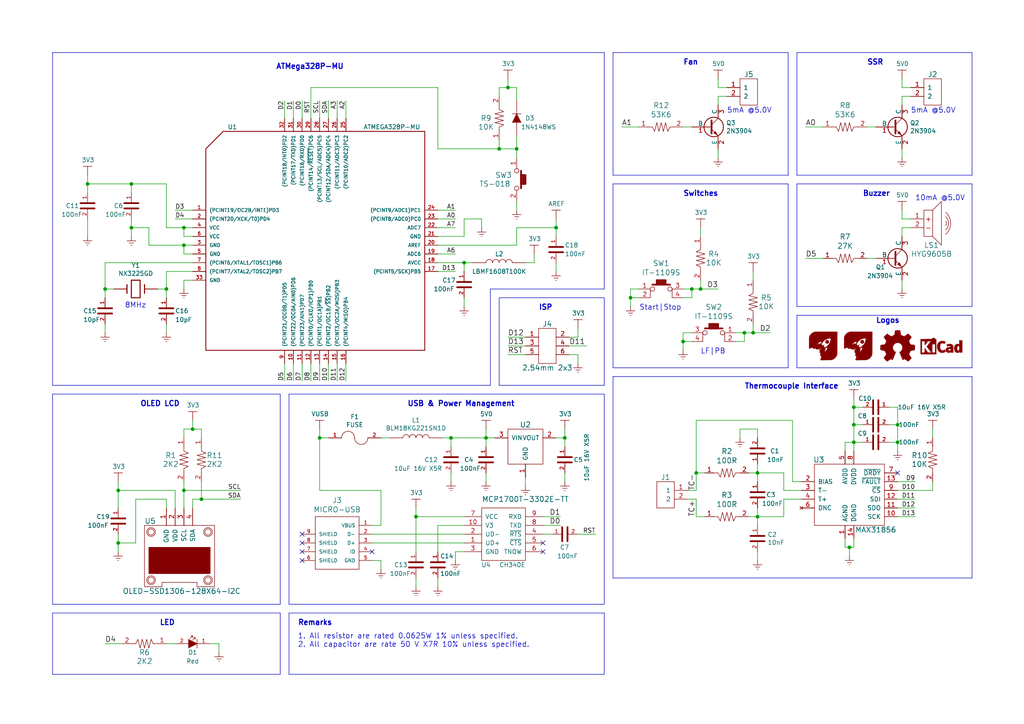
<source format=kicad_sch>
(kicad_sch (version 20230121) (generator eeschema)
  (paper "A4")
  (title_block (title "Tiny Reflow Controller") (date "2018-12-25") (rev "2.00") (company "Rocket Scream Electronics"))
  (junction (at 247.65 128.27))
  (junction (at 149.86 43.18))
  (junction (at 182.88 86.36))
  (junction (at 34.29 157.48))
  (junction (at 34.29 142.24))
  (junction (at 247.65 123.19))
  (junction (at 48.26 83.82))
  (junction (at 53.34 71.12))
  (junction (at 147.32 25.4))
  (junction (at 260.35 128.27))
  (junction (at 260.35 123.19))
  (junction (at 218.44 96.52))
  (junction (at 25.4 53.34))
  (junction (at 53.34 142.24))
  (junction (at 130.81 127))
  (junction (at 53.34 66.04))
  (junction (at 140.97 127))
  (junction (at 38.1 66.04))
  (junction (at 163.83 127))
  (junction (at 134.62 76.2))
  (junction (at 120.65 149.86))
  (junction (at 55.88 124.46))
  (junction (at 38.1 53.34))
  (junction (at 215.9 96.52))
  (junction (at 144.78 43.18))
  (junction (at 58.42 144.78))
  (junction (at 92.71 127))
  (junction (at 198.12 99.06))
  (junction (at 219.71 137.16))
  (junction (at 30.48 83.82))
  (junction (at 201.93 137.16))
  (junction (at 219.71 149.86))
  (junction (at 246.38 158.75))
  (junction (at 247.65 118.11))
  (junction (at 203.2 83.82))
  (junction (at 161.29 66.04))
  (junction (at 200.66 83.82))
  (no_connect (at 87.63 154.94))
  (no_connect (at 107.95 160.02))
  (no_connect (at 87.63 160.02))
  (no_connect (at 87.63 162.56))
  (no_connect (at 157.48 160.02))
  (no_connect (at 87.63 157.48))
  (no_connect (at 157.48 157.48))
  (no_connect (at 260.35 137.16))
  (wire (pts (xy 48.26 93.98) (xy 48.26 96.52)))
  (polyline (pts (xy 281.94 167.64) (xy 177.8 167.64)))
  (wire (pts (xy 100.33 105.41) (xy 100.33 110.49)))
  (wire (pts (xy 219.71 137.16) (xy 227.33 137.16)))
  (wire (pts (xy 130.81 137.16) (xy 130.81 139.7)))
  (wire (pts (xy 140.97 127) (xy 140.97 129.54)))
  (wire (pts (xy 134.62 149.86) (xy 120.65 149.86)))
  (wire (pts (xy 152.4 138.43) (xy 152.4 140.97)))
  (wire (pts (xy 147.32 22.86) (xy 147.32 25.4)))
  (wire (pts (xy 245.11 128.27) (xy 247.65 128.27)))
  (wire (pts (xy 55.88 121.92) (xy 55.88 124.46)))
  (polyline (pts (xy 175.26 195.58) (xy 175.26 177.8)))
  (wire (pts (xy 250.19 118.11) (xy 247.65 118.11)))
  (wire (pts (xy 48.26 53.34) (xy 48.26 66.04)))
  (wire (pts (xy 260.35 123.19) (xy 257.81 123.19)))
  (wire (pts (xy 55.88 66.04) (xy 53.34 66.04)))
  (wire (pts (xy 246.38 158.75) (xy 247.65 158.75)))
  (wire (pts (xy 149.86 66.04) (xy 149.86 71.12)))
  (wire (pts (xy 139.7 63.5) (xy 139.7 66.04)))
  (wire (pts (xy 134.62 152.4) (xy 127 152.4)))
  (polyline (pts (xy 228.6 50.8) (xy 177.8 50.8)))
  (wire (pts (xy 260.35 144.78) (xy 265.43 144.78)))
  (wire (pts (xy 200.66 83.82) (xy 203.2 83.82)))
  (wire (pts (xy 201.93 121.92) (xy 201.93 137.16)))
  (polyline (pts (xy 15.24 15.24) (xy 175.26 15.24)))
  (wire (pts (xy 134.62 160.02) (xy 132.08 160.02)))
  (wire (pts (xy 246.38 158.75) (xy 246.38 161.29)))
  (wire (pts (xy 92.71 127) (xy 92.71 142.24)))
  (polyline (pts (xy 175.26 86.36) (xy 175.26 111.76)))
  (wire (pts (xy 134.62 86.36) (xy 134.62 88.9)))
  (polyline (pts (xy 177.8 53.34) (xy 228.6 53.34)))
  (polyline (pts (xy 81.28 114.3) (xy 15.24 114.3)))
  (polyline (pts (xy 177.8 15.24) (xy 228.6 15.24)))
  (wire (pts (xy 210.82 25.4) (xy 208.28 25.4)))
  (wire (pts (xy 203.2 81.28) (xy 203.2 83.82)))
  (wire (pts (xy 63.5 186.69) (xy 63.5 189.23)))
  (wire (pts (xy 144.78 25.4) (xy 147.32 25.4)))
  (wire (pts (xy 247.65 115.57) (xy 247.65 118.11)))
  (wire (pts (xy 201.93 142.24) (xy 199.39 142.24)))
  (wire (pts (xy 127 167.64) (xy 127 170.18)))
  (wire (pts (xy 157.48 149.86) (xy 162.56 149.86)))
  (polyline (pts (xy 231.14 53.34) (xy 231.14 88.9)))
  (wire (pts (xy 30.48 83.82) (xy 30.48 86.36)))
  (wire (pts (xy 34.29 142.24) (xy 34.29 147.32)))
  (wire (pts (xy 149.86 71.12) (xy 127 71.12)))
  (wire (pts (xy 90.17 105.41) (xy 90.17 110.49)))
  (wire (pts (xy 198.12 99.06) (xy 198.12 101.6)))
  (wire (pts (xy 163.83 127) (xy 163.83 129.54)))
  (wire (pts (xy 229.87 121.92) (xy 201.93 121.92)))
  (wire (pts (xy 247.65 123.19) (xy 250.19 123.19)))
  (wire (pts (xy 43.18 66.04) (xy 38.1 66.04)))
  (wire (pts (xy 227.33 137.16) (xy 227.33 142.24)))
  (wire (pts (xy 161.29 66.04) (xy 161.29 68.58)))
  (wire (pts (xy 48.26 53.34) (xy 38.1 53.34)))
  (polyline (pts (xy 231.14 50.8) (xy 231.14 15.24)))
  (wire (pts (xy 134.62 68.58) (xy 134.62 63.5)))
  (polyline (pts (xy 231.14 15.24) (xy 281.94 15.24)))
  (wire (pts (xy 251.46 36.83) (xy 254 36.83)))
  (wire (pts (xy 165.1 100.33) (xy 170.18 100.33)))
  (wire (pts (xy 215.9 99.06) (xy 215.9 96.52)))
  (wire (pts (xy 120.65 167.64) (xy 120.65 170.18)))
  (wire (pts (xy 260.35 147.32) (xy 265.43 147.32)))
  (wire (pts (xy 132.08 160.02) (xy 132.08 162.56)))
  (wire (pts (xy 55.88 60.96) (xy 50.8 60.96)))
  (polyline (pts (xy 175.26 83.82) (xy 142.24 83.82)))
  (wire (pts (xy 214.63 124.46) (xy 219.71 124.46)))
  (wire (pts (xy 34.29 139.7) (xy 34.29 142.24)))
  (wire (pts (xy 137.16 76.2) (xy 134.62 76.2)))
  (polyline (pts (xy 142.24 83.82) (xy 142.24 111.76)))
  (wire (pts (xy 261.62 66.04) (xy 261.62 68.58)))
  (wire (pts (xy 201.93 144.78) (xy 201.93 149.86)))
  (wire (pts (xy 144.78 43.18) (xy 149.86 43.18)))
  (wire (pts (xy 55.88 68.58) (xy 53.34 68.58)))
  (wire (pts (xy 149.86 43.18) (xy 149.86 45.72)))
  (wire (pts (xy 208.28 25.4) (xy 208.28 22.86)))
  (wire (pts (xy 161.29 127) (xy 163.83 127)))
  (polyline (pts (xy 281.94 50.8) (xy 231.14 50.8)))
  (polyline (pts (xy 231.14 106.68) (xy 281.94 106.68)))
  (wire (pts (xy 198.12 83.82) (xy 200.66 83.82)))
  (wire (pts (xy 53.34 139.7) (xy 53.34 142.24)))
  (wire (pts (xy 97.79 105.41) (xy 97.79 110.49)))
  (polyline (pts (xy 83.82 177.8) (xy 83.82 195.58)))
  (wire (pts (xy 82.55 34.29) (xy 82.55 29.21)))
  (wire (pts (xy 39.37 144.78) (xy 39.37 157.48)))
  (wire (pts (xy 130.81 129.54) (xy 130.81 127)))
  (polyline (pts (xy 175.26 175.26) (xy 83.82 175.26)))
  (wire (pts (xy 218.44 96.52) (xy 218.44 93.98)))
  (wire (pts (xy 55.88 78.74) (xy 48.26 78.74)))
  (polyline (pts (xy 231.14 91.44) (xy 231.14 106.68)))
  (polyline (pts (xy 15.24 177.8) (xy 81.28 177.8)))
  (wire (pts (xy 198.12 36.83) (xy 200.66 36.83)))
  (wire (pts (xy 34.29 157.48) (xy 34.29 160.02)))
  (wire (pts (xy 30.48 186.69) (xy 35.56 186.69)))
  (wire (pts (xy 219.71 137.16) (xy 219.71 139.7)))
  (wire (pts (xy 53.34 124.46) (xy 55.88 124.46)))
  (polyline (pts (xy 15.24 111.76) (xy 15.24 15.24)))
  (wire (pts (xy 157.48 152.4) (xy 162.56 152.4)))
  (wire (pts (xy 182.88 86.36) (xy 185.42 86.36)))
  (wire (pts (xy 264.16 27.94) (xy 261.62 27.94)))
  (wire (pts (xy 53.34 142.24) (xy 69.85 142.24)))
  (wire (pts (xy 107.95 157.48) (xy 134.62 157.48)))
  (wire (pts (xy 245.11 156.21) (xy 245.11 158.75)))
  (wire (pts (xy 50.8 63.5) (xy 55.88 63.5)))
  (wire (pts (xy 82.55 105.41) (xy 82.55 110.49)))
  (wire (pts (xy 127 25.4) (xy 127 43.18)))
  (wire (pts (xy 245.11 158.75) (xy 246.38 158.75)))
  (wire (pts (xy 45.72 83.82) (xy 48.26 83.82)))
  (wire (pts (xy 219.71 134.62) (xy 219.71 137.16)))
  (wire (pts (xy 48.26 186.69) (xy 50.8 186.69)))
  (wire (pts (xy 172.72 154.94) (xy 167.64 154.94)))
  (wire (pts (xy 149.86 58.42) (xy 149.86 60.96)))
  (wire (pts (xy 260.35 123.19) (xy 260.35 128.27)))
  (wire (pts (xy 213.36 96.52) (xy 215.9 96.52)))
  (wire (pts (xy 247.65 128.27) (xy 247.65 130.81)))
  (wire (pts (xy 152.4 76.2) (xy 154.94 76.2)))
  (wire (pts (xy 58.42 144.78) (xy 69.85 144.78)))
  (wire (pts (xy 50.8 147.32) (xy 50.8 142.24)))
  (wire (pts (xy 261.62 81.28) (xy 261.62 83.82)))
  (wire (pts (xy 55.88 147.32) (xy 55.88 144.78)))
  (wire (pts (xy 55.88 76.2) (xy 30.48 76.2)))
  (wire (pts (xy 219.71 160.02) (xy 219.71 162.56)))
  (wire (pts (xy 257.81 118.11) (xy 260.35 118.11)))
  (polyline (pts (xy 81.28 195.58) (xy 15.24 195.58)))
  (wire (pts (xy 92.71 127) (xy 92.71 124.46)))
  (wire (pts (xy 43.18 71.12) (xy 53.34 71.12)))
  (polyline (pts (xy 177.8 109.22) (xy 281.94 109.22)))
  (polyline (pts (xy 228.6 53.34) (xy 228.6 106.68)))
  (wire (pts (xy 130.81 127) (xy 128.27 127)))
  (polyline (pts (xy 281.94 53.34) (xy 231.14 53.34)))
  (wire (pts (xy 214.63 127) (xy 214.63 124.46)))
  (wire (pts (xy 200.66 83.82) (xy 200.66 86.36)))
  (wire (pts (xy 247.65 118.11) (xy 247.65 123.19)))
  (wire (pts (xy 203.2 66.04) (xy 203.2 68.58)))
  (polyline (pts (xy 228.6 15.24) (xy 228.6 50.8)))
  (polyline (pts (xy 81.28 177.8) (xy 81.28 195.58)))
  (polyline (pts (xy 144.78 111.76) (xy 144.78 86.36)))
  (wire (pts (xy 53.34 81.28) (xy 53.34 83.82)))
  (wire (pts (xy 53.34 73.66) (xy 53.34 71.12)))
  (wire (pts (xy 198.12 99.06) (xy 200.66 99.06)))
  (wire (pts (xy 100.33 34.29) (xy 100.33 29.21)))
  (wire (pts (xy 58.42 139.7) (xy 58.42 144.78)))
  (polyline (pts (xy 281.94 15.24) (xy 281.94 50.8)))
  (wire (pts (xy 38.1 63.5) (xy 38.1 66.04)))
  (wire (pts (xy 147.32 25.4) (xy 149.86 25.4)))
  (polyline (pts (xy 175.26 177.8) (xy 83.82 177.8)))
  (wire (pts (xy 200.66 96.52) (xy 198.12 96.52)))
  (wire (pts (xy 185.42 36.83) (xy 180.34 36.83)))
  (wire (pts (xy 260.35 139.7) (xy 265.43 139.7)))
  (wire (pts (xy 264.16 66.04) (xy 261.62 66.04)))
  (wire (pts (xy 144.78 27.94) (xy 144.78 25.4)))
  (wire (pts (xy 85.09 34.29) (xy 85.09 29.21)))
  (wire (pts (xy 134.62 76.2) (xy 134.62 78.74)))
  (wire (pts (xy 219.71 147.32) (xy 219.71 149.86)))
  (wire (pts (xy 219.71 124.46) (xy 219.71 127)))
  (wire (pts (xy 215.9 96.52) (xy 218.44 96.52)))
  (wire (pts (xy 201.93 137.16) (xy 201.93 142.24)))
  (wire (pts (xy 167.64 97.79) (xy 167.64 95.25)))
  (wire (pts (xy 152.4 102.87) (xy 147.32 102.87)))
  (polyline (pts (xy 81.28 175.26) (xy 81.28 114.3)))
  (wire (pts (xy 60.96 186.69) (xy 63.5 186.69)))
  (wire (pts (xy 120.65 149.86) (xy 120.65 160.02)))
  (wire (pts (xy 53.34 127) (xy 53.34 124.46)))
  (wire (pts (xy 270.51 142.24) (xy 270.51 139.7)))
  (wire (pts (xy 251.46 74.93) (xy 254 74.93)))
  (wire (pts (xy 34.29 154.94) (xy 34.29 157.48)))
  (wire (pts (xy 48.26 147.32) (xy 48.26 144.78)))
  (polyline (pts (xy 231.14 88.9) (xy 281.94 88.9)))
  (polyline (pts (xy 228.6 106.68) (xy 177.8 106.68)))
  (wire (pts (xy 38.1 53.34) (xy 38.1 55.88)))
  (wire (pts (xy 163.83 137.16) (xy 163.83 139.7)))
  (wire (pts (xy 182.88 86.36) (xy 182.88 88.9)))
  (wire (pts (xy 140.97 127) (xy 143.51 127)))
  (wire (pts (xy 127 43.18) (xy 144.78 43.18)))
  (polyline (pts (xy 83.82 195.58) (xy 175.26 195.58)))
  (wire (pts (xy 261.62 63.5) (xy 261.62 60.96)))
  (polyline (pts (xy 281.94 88.9) (xy 281.94 53.34)))
  (polyline (pts (xy 142.24 111.76) (xy 15.24 111.76)))
  (wire (pts (xy 134.62 63.5) (xy 139.7 63.5)))
  (polyline (pts (xy 144.78 86.36) (xy 175.26 86.36)))
  (polyline (pts (xy 281.94 109.22) (xy 281.94 167.64)))
  (wire (pts (xy 185.42 83.82) (xy 182.88 83.82)))
  (wire (pts (xy 95.25 34.29) (xy 95.25 29.21)))
  (wire (pts (xy 127 60.96) (xy 132.08 60.96)))
  (wire (pts (xy 260.35 118.11) (xy 260.35 123.19)))
  (wire (pts (xy 260.35 149.86) (xy 265.43 149.86)))
  (wire (pts (xy 261.62 43.18) (xy 261.62 45.72)))
  (polyline (pts (xy 281.94 106.68) (xy 281.94 91.44)))
  (wire (pts (xy 90.17 25.4) (xy 127 25.4)))
  (wire (pts (xy 227.33 149.86) (xy 219.71 149.86)))
  (wire (pts (xy 238.76 36.83) (xy 233.68 36.83)))
  (wire (pts (xy 58.42 124.46) (xy 58.42 127)))
  (wire (pts (xy 144.78 43.18) (xy 144.78 40.64)))
  (wire (pts (xy 208.28 43.18) (xy 208.28 45.72)))
  (wire (pts (xy 85.09 105.41) (xy 85.09 110.49)))
  (wire (pts (xy 25.4 53.34) (xy 25.4 55.88)))
  (wire (pts (xy 92.71 142.24) (xy 110.49 142.24)))
  (wire (pts (xy 127 78.74) (xy 132.08 78.74)))
  (polyline (pts (xy 177.8 50.8) (xy 177.8 15.24)))
  (wire (pts (xy 215.9 99.06) (xy 213.36 99.06)))
  (wire (pts (xy 87.63 34.29) (xy 87.63 29.21)))
  (wire (pts (xy 260.35 128.27) (xy 260.35 130.81)))
  (polyline (pts (xy 83.82 175.26) (xy 83.82 114.3)))
  (polyline (pts (xy 175.26 111.76) (xy 144.78 111.76)))
  (wire (pts (xy 55.88 81.28) (xy 53.34 81.28)))
  (wire (pts (xy 203.2 83.82) (xy 208.28 83.82)))
  (wire (pts (xy 264.16 25.4) (xy 261.62 25.4)))
  (wire (pts (xy 160.02 154.94) (xy 157.48 154.94)))
  (wire (pts (xy 247.65 128.27) (xy 250.19 128.27)))
  (wire (pts (xy 154.94 76.2) (xy 154.94 73.66)))
  (wire (pts (xy 48.26 144.78) (xy 39.37 144.78)))
  (wire (pts (xy 127 63.5) (xy 132.08 63.5)))
  (wire (pts (xy 210.82 27.94) (xy 208.28 27.94)))
  (wire (pts (xy 149.86 25.4) (xy 149.86 29.21)))
  (wire (pts (xy 218.44 96.52) (xy 223.52 96.52)))
  (wire (pts (xy 227.33 142.24) (xy 232.41 142.24)))
  (wire (pts (xy 97.79 34.29) (xy 97.79 29.21)))
  (wire (pts (xy 107.95 162.56) (xy 110.49 162.56)))
  (wire (pts (xy 218.44 78.74) (xy 218.44 81.28)))
  (wire (pts (xy 232.41 139.7) (xy 229.87 139.7)))
  (polyline (pts (xy 281.94 91.44) (xy 231.14 91.44)))
  (wire (pts (xy 127 68.58) (xy 134.62 68.58)))
  (wire (pts (xy 25.4 63.5) (xy 25.4 68.58)))
  (wire (pts (xy 165.1 97.79) (xy 167.64 97.79)))
  (wire (pts (xy 43.18 71.12) (xy 43.18 66.04)))
  (polyline (pts (xy 177.8 167.64) (xy 177.8 109.22)))
  (wire (pts (xy 30.48 76.2) (xy 30.48 83.82)))
  (wire (pts (xy 127 66.04) (xy 132.08 66.04)))
  (polyline (pts (xy 15.24 114.3) (xy 15.24 175.26)))
  (wire (pts (xy 217.17 137.16) (xy 219.71 137.16)))
  (wire (pts (xy 264.16 63.5) (xy 261.62 63.5)))
  (wire (pts (xy 53.34 66.04) (xy 48.26 66.04)))
  (wire (pts (xy 161.29 63.5) (xy 161.29 66.04)))
  (polyline (pts (xy 83.82 114.3) (xy 175.26 114.3)))
  (wire (pts (xy 53.34 68.58) (xy 53.34 66.04)))
  (wire (pts (xy 261.62 27.94) (xy 261.62 30.48)))
  (wire (pts (xy 130.81 127) (xy 140.97 127)))
  (wire (pts (xy 38.1 66.04) (xy 38.1 68.58)))
  (wire (pts (xy 161.29 66.04) (xy 149.86 66.04)))
  (wire (pts (xy 260.35 128.27) (xy 257.81 128.27)))
  (wire (pts (xy 201.93 149.86) (xy 204.47 149.86)))
  (wire (pts (xy 270.51 124.46) (xy 270.51 127)))
  (wire (pts (xy 140.97 124.46) (xy 140.97 127)))
  (wire (pts (xy 39.37 157.48) (xy 34.29 157.48)))
  (wire (pts (xy 48.26 78.74) (xy 48.26 83.82)))
  (wire (pts (xy 92.71 105.41) (xy 92.71 110.49)))
  (wire (pts (xy 199.39 144.78) (xy 201.93 144.78)))
  (wire (pts (xy 167.64 102.87) (xy 167.64 105.41)))
  (wire (pts (xy 120.65 147.32) (xy 120.65 149.86)))
  (wire (pts (xy 48.26 83.82) (xy 48.26 86.36)))
  (wire (pts (xy 219.71 149.86) (xy 219.71 152.4)))
  (polyline (pts (xy 15.24 195.58) (xy 15.24 177.8)))
  (polyline (pts (xy 177.8 106.68) (xy 177.8 53.34)))
  (wire (pts (xy 127 152.4) (xy 127 160.02)))
  (wire (pts (xy 53.34 71.12) (xy 55.88 71.12)))
  (polyline (pts (xy 15.24 175.26) (xy 81.28 175.26)))
  (wire (pts (xy 245.11 130.81) (xy 245.11 128.27)))
  (wire (pts (xy 55.88 144.78) (xy 58.42 144.78)))
  (wire (pts (xy 163.83 124.46) (xy 163.83 127)))
  (wire (pts (xy 161.29 76.2) (xy 161.29 78.74)))
  (wire (pts (xy 140.97 137.16) (xy 140.97 139.7)))
  (wire (pts (xy 107.95 152.4) (xy 110.49 152.4)))
  (wire (pts (xy 55.88 124.46) (xy 58.42 124.46)))
  (wire (pts (xy 38.1 53.34) (xy 25.4 53.34)))
  (wire (pts (xy 227.33 144.78) (xy 227.33 149.86)))
  (wire (pts (xy 165.1 102.87) (xy 167.64 102.87)))
  (wire (pts (xy 25.4 50.8) (xy 25.4 53.34)))
  (wire (pts (xy 110.49 127) (xy 113.03 127)))
  (wire (pts (xy 87.63 105.41) (xy 87.63 110.49)))
  (wire (pts (xy 95.25 105.41) (xy 95.25 110.49)))
  (wire (pts (xy 229.87 139.7) (xy 229.87 121.92)))
  (wire (pts (xy 107.95 154.94) (xy 134.62 154.94)))
  (wire (pts (xy 92.71 127) (xy 95.25 127)))
  (wire (pts (xy 30.48 93.98) (xy 30.48 96.52)))
  (wire (pts (xy 50.8 142.24) (xy 34.29 142.24)))
  (wire (pts (xy 110.49 162.56) (xy 110.49 165.1)))
  (wire (pts (xy 232.41 144.78) (xy 227.33 144.78)))
  (wire (pts (xy 219.71 149.86) (xy 217.17 149.86)))
  (wire (pts (xy 182.88 83.82) (xy 182.88 86.36)))
  (wire (pts (xy 208.28 27.94) (xy 208.28 30.48)))
  (wire (pts (xy 90.17 34.29) (xy 90.17 25.4)))
  (wire (pts (xy 110.49 142.24) (xy 110.49 152.4)))
  (wire (pts (xy 198.12 96.52) (xy 198.12 99.06)))
  (wire (pts (xy 127 73.66) (xy 132.08 73.66)))
  (wire (pts (xy 152.4 100.33) (xy 147.32 100.33)))
  (wire (pts (xy 53.34 147.32) (xy 53.34 142.24)))
  (wire (pts (xy 247.65 123.19) (xy 247.65 128.27)))
  (wire (pts (xy 127 76.2) (xy 134.62 76.2)))
  (wire (pts (xy 261.62 25.4) (xy 261.62 22.86)))
  (polyline (pts (xy 175.26 15.24) (xy 175.26 83.82)))
  (wire (pts (xy 200.66 86.36) (xy 198.12 86.36)))
  (wire (pts (xy 149.86 39.37) (xy 149.86 43.18)))
  (wire (pts (xy 204.47 137.16) (xy 201.93 137.16)))
  (wire (pts (xy 55.88 73.66) (xy 53.34 73.66)))
  (wire (pts (xy 247.65 158.75) (xy 247.65 156.21)))
  (wire (pts (xy 260.35 142.24) (xy 270.51 142.24)))
  (wire (pts (xy 238.76 74.93) (xy 233.68 74.93)))
  (polyline (pts (xy 175.26 114.3) (xy 175.26 175.26)))
  (wire (pts (xy 92.71 34.29) (xy 92.71 29.21)))
  (wire (pts (xy 152.4 97.79) (xy 147.32 97.79)))
  (wire (pts (xy 33.02 83.82) (xy 30.48 83.82)))
  (text "LED" (at 50.8 181.61 0) (effects (font (size 1.524 1.524) (thickness 0.3048) bold) (justify right bottom)))
  (text "8MHz" (at 36.195 89.535 0) (effects (font (size 1.524 1.524)) (justify left bottom)))
  (text "Logos" (at 254 93.98 0) (effects (font (size 1.524 1.524) (thickness 0.3048) bold) (justify left bottom)))
  (text "ISP" (at 156.21 90.17 0) (effects (font (size 1.524 1.524) (thickness 0.3048) bold) (justify left bottom)))
  (text "Remarks" (at 86.36 181.61 0) (effects (font (size 1.524 1.524) (thickness 0.3048) bold) (justify left bottom)))
  (text "ATMega328P-MU" (at 80.01 20.32 0) (effects (font (size 1.524 1.524) (thickness 0.3048) bold) (justify left bottom)))
  (text "OLED LCD" (at 40.64 118.11 0) (effects (font (size 1.524 1.524) (thickness 0.3048) bold) (justify left bottom)))
  (text "LF|PB" (at 203.2 102.87 0) (effects (font (size 1.524 1.524)) (justify left bottom)))
  (text "Thermocouple Interface" (at 215.9 113.03 0) (effects (font (size 1.524 1.524) (thickness 0.3048) bold) (justify left bottom)))
  (text "Switches" (at 198.12 57.15 0) (effects (font (size 1.524 1.524) (thickness 0.3048) bold) (justify left bottom)))
  (text "1. All resistor are rated 0.0625W 1% unless specified.\n2. All capacitor are rate 50 V X7R 10% unless specified. " (at 86.36 187.96 0) (effects (font (size 1.524 1.524)) (justify left bottom)))
  (text "Fan" (at 198.12 19.05 0) (effects (font (size 1.524 1.524) (thickness 0.3048) bold) (justify left bottom)))
  (text "SSR" (at 251.46 19.05 0) (effects (font (size 1.524 1.524) (thickness 0.3048) bold) (justify left bottom)))
  (text "10mA @5.0V" (at 265.43 58.42 0) (effects (font (size 1.524 1.524)) (justify left bottom)))
  (text "Start|Stop" (at 185.42 90.17 0) (effects (font (size 1.524 1.524)) (justify left bottom)))
  (text "5mA @5.0V" (at 210.82 33.02 0) (effects (font (size 1.524 1.524)) (justify left bottom)))
  (text "5mA @5.0V" (at 264.16 33.02 0) (effects (font (size 1.524 1.524)) (justify left bottom)))
  (text "USB & Power Management" (at 118.11 118.11 0) (effects (font (size 1.524 1.524) (thickness 0.3048) bold) (justify left bottom)))
  (text "Buzzer" (at 250.19 57.15 0) (effects (font (size 1.524 1.524) (thickness 0.3048) bold) (justify left bottom)))
  (label "SCL" (at 92.71 29.21 270))
  (label "D13" (at 132.08 78.74 180))
  (label "D5" (at 82.55 110.49 90))
  (label "D3" (at 50.8 60.96 0))
  (label "D1" (at 162.56 149.86 180) (effects (font (size 1.524 1.524))))
  (label "RST" (at 90.17 29.21 270))
  (label "D7" (at 87.63 110.49 90))
  (label "D12" (at 265.43 147.32 180))
  (label "A6" (at 132.08 73.66 180))
  (label "D5" (at 233.68 74.93 0) (effects (font (size 1.524 1.524))))
  (label "A1" (at 180.34 36.83 0) (effects (font (size 1.524 1.524))))
  (label "A3" (at 97.79 29.21 270))
  (label "D9" (at 265.43 139.7 180))
  (label "SDA" (at 95.25 29.21 270))
  (label "A0" (at 132.08 63.5 180))
  (label "D10" (at 265.43 142.24 180))
  (label "D11" (at 265.43 144.78 180))
  (label "TC+" (at 201.93 149.86 90) (effects (font (size 1.524 1.524))))
  (label "D11" (at 97.79 110.49 90))
  (label "D11" (at 165.1 100.33 0) (effects (font (size 1.524 1.524))))
  (label "RST" (at 147.32 102.87 0) (effects (font (size 1.524 1.524))))
  (label "D9" (at 92.71 110.49 90))
  (label "D12" (at 100.33 110.49 90))
  (label "A1" (at 132.08 60.96 180))
  (label "SCL" (at 69.85 142.24 180))
  (label "TC-" (at 201.93 142.24 90) (effects (font (size 1.524 1.524))))
  (label "SDA" (at 69.85 144.78 180))
  (label "D12" (at 147.32 97.79 0) (effects (font (size 1.524 1.524))))
  (label "D13" (at 147.32 100.33 0) (effects (font (size 1.524 1.524))))
  (label "D10" (at 95.25 110.49 90))
  (label "D1" (at 85.09 29.21 270))
  (label "D4" (at 50.8 63.5 0))
  (label "D8" (at 90.17 110.49 90))
  (label "D2" (at 82.55 29.21 270))
  (label "D3" (at 208.28 83.82 180) (effects (font (size 1.524 1.524))))
  (label "A2" (at 100.33 29.21 270))
  (label "D4" (at 30.48 186.69 0) (effects (font (size 1.524 1.524))))
  (label "A7" (at 132.08 66.04 180))
  (label "D0" (at 162.56 152.4 180) (effects (font (size 1.524 1.524))))
  (label "RST" (at 172.72 154.94 180))
  (label "D13" (at 265.43 149.86 180))
  (label "D2" (at 223.52 96.52 180) (effects (font (size 1.524 1.524))))
  (label "D0" (at 87.63 29.21 270))
  (label "D6" (at 85.09 110.49 90))
  (label "A0" (at 233.68 36.83 0) (effects (font (size 1.524 1.524))))
  (symbol (lib_id "TINY-REFLOW-CONTROLLER-rescue:LED-SINGLE-RocketScreamKiCadLib") (at 55.88 186.69 180) (unit 1)
    (property "Reference" "D1" (at 55.88 189.23 0))
    (property "Value" "Red" (at 55.88 191.77 0))
    (property "Footprint" "RocketScreamKiCadLib:LED_0603" (effects hide))
  )
  (symbol (lib_id "TINY-REFLOW-CONTROLLER-rescue:MAX31856-RocketScreamKiCadLib") (at 246.38 143.51 0) (unit 1)
    (property "Reference" "U3" (at 237.49 133.35 0) (effects (font (size 1.524 1.524))))
    (property "Value" "MAX31856" (at 254 153.67 0) (effects (font (size 1.524 1.524))))
    (property "Footprint" "RocketScreamKiCadLib:TSSOP-14" (effects hide))
  )
  (symbol (lib_id "TINY-REFLOW-CONTROLLER-rescue:TACT-SWITCH_4Pins-RocketScreamKiCadLib") (at 207.01 96.52 0) (mirror y) (unit 1)
    (property "Reference" "SW2" (at 207.01 89.0524 0) (effects (font (size 1.524 1.524))))
    (property "Value" "IT-1109S" (at 207.01 91.7448 0) (effects (font (size 1.524 1.524))))
    (property "Footprint" "RocketScreamKiCadLib:IT-1102W" (effects hide))
  )
  (symbol (lib_id "TINY-REFLOW-CONTROLLER-rescue:TACT-SWITCH_4Pins-RocketScreamKiCadLib") (at 191.77 83.82 0) (unit 1)
    (property "Reference" "SW1" (at 191.77 76.3524 0) (effects (font (size 1.524 1.524))))
    (property "Value" "IT-1109S" (at 191.77 79.0448 0) (effects (font (size 1.524 1.524))))
    (property "Footprint" "RocketScreamKiCadLib:IT-1102W" (effects hide))
  )
  (symbol (lib_id "TINY-REFLOW-CONTROLLER-rescue:TACT-SWITCH_2Pins-RocketScreamKiCadLib") (at 149.86 52.07 270) (unit 1)
    (property "Reference" "SW3" (at 146.05 50.8 90) (effects (font (size 1.524 1.524))))
    (property "Value" "TS-018" (at 143.51 53.34 90) (effects (font (size 1.524 1.524))))
    (property "Footprint" "RocketScreamKiCadLib:TS-018" (effects hide))
  )
  (symbol (lib_id "TINY-REFLOW-CONTROLLER-rescue:RESISTOR-RocketScreamKiCadLib") (at 53.34 133.35 90) (mirror x) (unit 1)
    (property "Reference" "R1" (at 49.53 132.08 90) (effects (font (size 1.524 1.524))))
    (property "Value" "2K2" (at 49.53 134.62 90) (effects (font (size 1.524 1.524))))
    (property "Footprint" "RocketScreamKiCadLib:R_0603" (effects hide))
  )
  (symbol (lib_id "TINY-REFLOW-CONTROLLER-rescue:BUZZER-RocketScreamKiCadLib") (at 270.51 64.77 0) (unit 1)
    (property "Reference" "LS1" (at 267.97 71.12 0) (effects (font (size 1.524 1.524)) (justify left)))
    (property "Value" "HYG9605B" (at 264.16 73.66 0) (effects (font (size 1.524 1.524)) (justify left)))
    (property "Footprint" "RocketScreamKiCadLib:HYG9605B" (effects hide))
  )
  (symbol (lib_id "TINY-REFLOW-CONTROLLER-rescue:RESISTOR-RocketScreamKiCadLib") (at 210.82 137.16 0) (unit 1)
    (property "Reference" "R2" (at 210.82 130.8862 0) (effects (font (size 1.524 1.524))))
    (property "Value" "100R" (at 210.82 133.5786 0) (effects (font (size 1.524 1.524))))
    (property "Footprint" "RocketScreamKiCadLib:R_0603" (effects hide))
  )
  (symbol (lib_id "TINY-REFLOW-CONTROLLER-rescue:RESISTOR-RocketScreamKiCadLib") (at 210.82 149.86 0) (unit 1)
    (property "Reference" "R3" (at 210.82 143.5862 0) (effects (font (size 1.524 1.524))))
    (property "Value" "100R" (at 210.82 146.2786 0) (effects (font (size 1.524 1.524))))
    (property "Footprint" "RocketScreamKiCadLib:R_0603" (effects hide))
  )
  (symbol (lib_id "TINY-REFLOW-CONTROLLER-rescue:CAPACITOR-CERAMIC-RocketScreamKiCadLib") (at 219.71 143.51 0) (unit 1)
    (property "Reference" "C3" (at 222.25 143.51 0) (effects (justify left)))
    (property "Value" "100nF" (at 220.98 146.05 0) (effects (justify left)))
    (property "Footprint" "RocketScreamKiCadLib:C_0603" (effects hide))
  )
  (symbol (lib_id "TINY-REFLOW-CONTROLLER-rescue:CAPACITOR-CERAMIC-RocketScreamKiCadLib") (at 219.71 156.21 0) (unit 1)
    (property "Reference" "C2" (at 222.631 155.0416 0) (effects (justify left)))
    (property "Value" "10nF" (at 222.631 157.353 0) (effects (justify left)))
    (property "Footprint" "RocketScreamKiCadLib:C_0603" (effects hide))
  )
  (symbol (lib_id "TINY-REFLOW-CONTROLLER-rescue:CAPACITOR-CERAMIC-RocketScreamKiCadLib") (at 219.71 130.81 180) (unit 1)
    (property "Reference" "C1" (at 226.06 130.81 0) (effects (justify left)))
    (property "Value" "10nF" (at 227.33 133.35 0) (effects (justify left)))
    (property "Footprint" "RocketScreamKiCadLib:C_0603" (effects hide))
  )
  (symbol (lib_id "TINY-REFLOW-CONTROLLER-rescue:CONN-HDR-2x3-RocketScreamKiCadLib") (at 158.75 100.33 0) (unit 1)
    (property "Reference" "J4" (at 158.75 93.98 0) (effects (font (size 1.524 1.524))))
    (property "Value" "2.54mm 2x3" (at 158.75 106.68 0) (effects (font (size 1.524 1.524))))
    (property "Footprint" "RocketScreamKiCadLib:HDR_2x3_Pitch2.54mm" (effects hide))
  )
  (symbol (lib_id "TINY-REFLOW-CONTROLLER-rescue:CAPACITOR-CERAMIC-RocketScreamKiCadLib") (at 140.97 133.35 0) (unit 1)
    (property "Reference" "C4" (at 134.62 133.35 0) (effects (justify left)))
    (property "Value" "100nF" (at 133.35 135.89 0) (effects (justify left)))
    (property "Footprint" "RocketScreamKiCadLib:C_0603" (effects hide))
  )
  (symbol (lib_id "TINY-REFLOW-CONTROLLER-rescue:CAPACITOR-CERAMIC-RocketScreamKiCadLib") (at 163.83 133.35 0) (unit 1)
    (property "Reference" "C5" (at 166.37 133.35 0) (effects (justify left)))
    (property "Value" "10uF 16V X5R" (at 170.18 139.7 90) (effects (justify left)))
    (property "Footprint" "RocketScreamKiCadLib:C_0603" (effects hide))
  )
  (symbol (lib_id "TINY-REFLOW-CONTROLLER-rescue:RESISTOR-RocketScreamKiCadLib") (at 203.2 74.93 270) (unit 1)
    (property "Reference" "R4" (at 207.01 73.66 90) (effects (font (size 1.524 1.524))))
    (property "Value" "10K" (at 207.01 76.2 90) (effects (font (size 1.524 1.524))))
    (property "Footprint" "RocketScreamKiCadLib:R_0603" (effects hide))
  )
  (symbol (lib_id "TINY-REFLOW-CONTROLLER-rescue:RESISTOR-RocketScreamKiCadLib") (at 218.44 87.63 270) (unit 1)
    (property "Reference" "R5" (at 222.25 86.36 90) (effects (font (size 1.524 1.524))))
    (property "Value" "10K" (at 222.25 88.9 90) (effects (font (size 1.524 1.524))))
    (property "Footprint" "RocketScreamKiCadLib:R_0603" (effects hide))
  )
  (symbol (lib_id "TINY-REFLOW-CONTROLLER-rescue:BJT-NPN-RocketScreamKiCadLib") (at 261.62 36.83 0) (unit 1)
    (property "Reference" "Q2" (at 263.9314 35.6616 0) (effects (justify left)))
    (property "Value" "2N3904" (at 263.9314 37.973 0) (effects (justify left)))
    (property "Footprint" "RocketScreamKiCadLib:SOT-23" (effects hide))
  )
  (symbol (lib_id "TINY-REFLOW-CONTROLLER-rescue:BJT-NPN-RocketScreamKiCadLib") (at 261.62 74.93 0) (unit 1)
    (property "Reference" "Q1" (at 254 77.47 0) (effects (justify left)))
    (property "Value" "2N3904" (at 251.46 80.01 0) (effects (justify left)))
    (property "Footprint" "RocketScreamKiCadLib:SOT-23" (effects hide))
  )
  (symbol (lib_id "TINY-REFLOW-CONTROLLER-rescue:RESISTOR-RocketScreamKiCadLib") (at 41.91 186.69 180) (unit 1)
    (property "Reference" "R6" (at 41.91 189.23 0) (effects (font (size 1.524 1.524))))
    (property "Value" "2K2" (at 41.91 191.77 0) (effects (font (size 1.524 1.524))))
    (property "Footprint" "RocketScreamKiCadLib:R_0603" (effects hide))
  )
  (symbol (lib_id "TINY-REFLOW-CONTROLLER-rescue:RESISTOR-RocketScreamKiCadLib") (at 245.11 74.93 0) (unit 1)
    (property "Reference" "R7" (at 245.11 68.6562 0) (effects (font (size 1.524 1.524))))
    (property "Value" "27K" (at 245.11 71.3486 0) (effects (font (size 1.524 1.524))))
    (property "Footprint" "RocketScreamKiCadLib:R_0603" (effects hide))
  )
  (symbol (lib_id "TINY-REFLOW-CONTROLLER-rescue:LOGO-ROCKET-SCREAM-WITHOUT-TEXT-RocketScreamKiCadLib") (at 238.76 100.33 0) (unit 1)
    (property "Reference" "LOGO1" (effects hide))
    (property "Value" "LOGO-ROCKET-SCREAM" (effects hide))
    (property "Footprint" "RocketScreamKiCadLib:LOGO-ROCKET-SCREAM_Without_Text_XXXSmall" (effects hide))
  )
  (symbol (lib_id "TINY-REFLOW-CONTROLLER-rescue:RESISTOR-RocketScreamKiCadLib") (at 245.11 36.83 0) (unit 1)
    (property "Reference" "R8" (at 245.11 30.5562 0) (effects (font (size 1.524 1.524))))
    (property "Value" "53K6" (at 245.11 33.2486 0) (effects (font (size 1.524 1.524))))
    (property "Footprint" "RocketScreamKiCadLib:R_0603" (effects hide))
  )
  (symbol (lib_id "TINY-REFLOW-CONTROLLER-rescue:RESISTOR-RocketScreamKiCadLib") (at 144.78 34.29 90) (unit 1)
    (property "Reference" "R9" (at 140.97 34.29 90) (effects (font (size 1.524 1.524))))
    (property "Value" "10K" (at 140.97 36.83 90) (effects (font (size 1.524 1.524))))
    (property "Footprint" "RocketScreamKiCadLib:R_0603" (effects hide))
  )
  (symbol (lib_id "TINY-REFLOW-CONTROLLER-rescue:DIODE-RocketScreamKiCadLib") (at 149.86 34.29 270) (unit 1)
    (property "Reference" "D3" (at 153.67 34.29 90))
    (property "Value" "1N4148WS" (at 156.21 36.83 90))
    (property "Footprint" "RocketScreamKiCadLib:SOD-323" (effects hide))
  )
  (symbol (lib_id "TINY-REFLOW-CONTROLLER-rescue:CAPACITOR-CERAMIC-RocketScreamKiCadLib") (at 38.1 59.69 0) (unit 1)
    (property "Reference" "C6" (at 33.02 59.69 0) (effects (justify left)))
    (property "Value" "100nF" (at 30.48 62.23 0) (effects (justify left)))
    (property "Footprint" "RocketScreamKiCadLib:C_0603" (effects hide))
  )
  (symbol (lib_id "TINY-REFLOW-CONTROLLER-rescue:CAPACITOR-CERAMIC-RocketScreamKiCadLib") (at 163.83 154.94 90) (mirror x) (unit 1)
    (property "Reference" "C7" (at 165.1 158.75 90) (effects (justify left)))
    (property "Value" "100nF" (at 167.64 161.29 90) (effects (justify left)))
    (property "Footprint" "RocketScreamKiCadLib:C_0603" (effects hide))
  )
  (symbol (lib_id "TINY-REFLOW-CONTROLLER-rescue:TERMINAL-BLOCK-1x2-RocketScreamKiCadLib") (at 270.51 26.67 0) (mirror y) (unit 1)
    (property "Reference" "J2" (at 270.51 21.59 0) (effects (font (size 1.524 1.524))))
    (property "Value" "TERMINAL-BLOCK-1x2" (effects hide))
    (property "Footprint" "RocketScreamKiCadLib:TB-1776275-2" (effects hide))
  )
  (symbol (lib_id "TINY-REFLOW-CONTROLLER-rescue:TERMINAL-BLOCK-1x2-RocketScreamKiCadLib") (at 193.04 143.51 0) (unit 1)
    (property "Reference" "J1" (at 193.04 138.43 0) (effects (font (size 1.524 1.524))))
    (property "Value" "TERMINAL-BLOCK-1x2" (effects hide))
    (property "Footprint" "RocketScreamKiCadLib:TB-1776275-2" (effects hide))
  )
  (symbol (lib_id "TINY-REFLOW-CONTROLLER-rescue:CAPACITOR-CERAMIC-RocketScreamKiCadLib") (at 254 123.19 90) (unit 1)
    (property "Reference" "C8" (at 251.46 120.65 90) (effects (justify left)))
    (property "Value" "100nF" (at 266.7 123.19 90) (effects (justify left)))
    (property "Footprint" "RocketScreamKiCadLib:C_0603" (effects hide))
  )
  (symbol (lib_id "TINY-REFLOW-CONTROLLER-rescue:CAPACITOR-CERAMIC-RocketScreamKiCadLib") (at 254 128.27 90) (mirror x) (unit 1)
    (property "Reference" "C9" (at 251.46 125.73 90) (effects (justify left)))
    (property "Value" "100nF" (at 266.7 128.27 90) (effects (justify left)))
    (property "Footprint" "RocketScreamKiCadLib:C_0603" (effects hide))
  )
  (symbol (lib_id "TINY-REFLOW-CONTROLLER-rescue:RESISTOR-RocketScreamKiCadLib") (at 270.51 133.35 270) (unit 1)
    (property "Reference" "R10" (at 266.7 132.08 90) (effects (font (size 1.524 1.524))))
    (property "Value" "10K" (at 266.7 134.62 90) (effects (font (size 1.524 1.524))))
    (property "Footprint" "RocketScreamKiCadLib:R_0603" (effects hide))
  )
  (symbol (lib_id "TINY-REFLOW-CONTROLLER-rescue:CAPACITOR-CERAMIC-RocketScreamKiCadLib") (at 25.4 59.69 0) (unit 1)
    (property "Reference" "C11" (at 19.05 59.69 0) (effects (justify left)))
    (property "Value" "100nF" (at 17.78 62.23 0) (effects (justify left)))
    (property "Footprint" "RocketScreamKiCadLib:C_0603" (effects hide))
  )
  (symbol (lib_id "TINY-REFLOW-CONTROLLER-rescue:3V3-RocketScreamKiCadLib") (at 25.4 50.8 0) (unit 1)
    (property "Reference" "#PWR03" (effects hide))
    (property "Value" "3V3" (at 25.527 46.4058 0))
  )
  (symbol (lib_id "TINY-REFLOW-CONTROLLER-rescue:3V3-RocketScreamKiCadLib") (at 147.32 22.86 0) (unit 1)
    (property "Reference" "#PWR04" (effects hide))
    (property "Value" "3V3" (at 147.447 18.4658 0))
  )
  (symbol (lib_id "TINY-REFLOW-CONTROLLER-rescue:GND-RocketScreamKiCadLib") (at 149.86 60.96 0) (unit 1)
    (property "Reference" "#PWR05" (effects hide))
    (property "Value" "GND" (effects hide))
  )
  (symbol (lib_id "TINY-REFLOW-CONTROLLER-rescue:GND-RocketScreamKiCadLib") (at 261.62 83.82 0) (unit 1)
    (property "Reference" "#PWR07" (effects hide))
    (property "Value" "GND" (effects hide))
  )
  (symbol (lib_id "TINY-REFLOW-CONTROLLER-rescue:GND-RocketScreamKiCadLib") (at 261.62 45.72 0) (unit 1)
    (property "Reference" "#PWR09" (effects hide))
    (property "Value" "GND" (effects hide))
  )
  (symbol (lib_id "TINY-REFLOW-CONTROLLER-rescue:GND-RocketScreamKiCadLib") (at 182.88 88.9 0) (unit 1)
    (property "Reference" "#PWR010" (effects hide))
    (property "Value" "GND" (effects hide))
  )
  (symbol (lib_id "TINY-REFLOW-CONTROLLER-rescue:GND-RocketScreamKiCadLib") (at 198.12 101.6 0) (unit 1)
    (property "Reference" "#PWR011" (effects hide))
    (property "Value" "GND" (effects hide))
  )
  (symbol (lib_id "TINY-REFLOW-CONTROLLER-rescue:3V3-RocketScreamKiCadLib") (at 203.2 66.04 0) (unit 1)
    (property "Reference" "#PWR012" (effects hide))
    (property "Value" "3V3" (at 203.327 61.6458 0))
  )
  (symbol (lib_id "TINY-REFLOW-CONTROLLER-rescue:GND-RocketScreamKiCadLib") (at 34.29 160.02 0) (unit 1)
    (property "Reference" "#PWR016" (effects hide))
    (property "Value" "GND" (effects hide))
  )
  (symbol (lib_id "TINY-REFLOW-CONTROLLER-rescue:3V3-RocketScreamKiCadLib") (at 55.88 121.92 0) (unit 1)
    (property "Reference" "#PWR017" (effects hide))
    (property "Value" "3V3" (at 56.007 117.5258 0))
  )
  (symbol (lib_id "TINY-REFLOW-CONTROLLER-rescue:GND-RocketScreamKiCadLib") (at 63.5 189.23 0) (unit 1)
    (property "Reference" "#PWR018" (effects hide))
    (property "Value" "GND" (effects hide))
  )
  (symbol (lib_id "TINY-REFLOW-CONTROLLER-rescue:3V3-RocketScreamKiCadLib") (at 270.51 124.46 0) (unit 1)
    (property "Reference" "#PWR035" (effects hide))
    (property "Value" "3V3" (at 270.637 120.0658 0))
  )
  (symbol (lib_id "TINY-REFLOW-CONTROLLER-rescue:3V3-RocketScreamKiCadLib") (at 167.64 95.25 0) (unit 1)
    (property "Reference" "#PWR021" (effects hide))
    (property "Value" "3V3" (at 167.767 90.8558 0))
  )
  (symbol (lib_id "TINY-REFLOW-CONTROLLER-rescue:GND-RocketScreamKiCadLib") (at 167.64 105.41 0) (unit 1)
    (property "Reference" "#PWR022" (effects hide))
    (property "Value" "GND" (effects hide))
  )
  (symbol (lib_id "TINY-REFLOW-CONTROLLER-rescue:GND-RocketScreamKiCadLib") (at 140.97 139.7 0) (unit 1)
    (property "Reference" "#PWR023" (effects hide))
    (property "Value" "GND" (effects hide))
  )
  (symbol (lib_id "TINY-REFLOW-CONTROLLER-rescue:GND-RocketScreamKiCadLib") (at 152.4 140.97 0) (unit 1)
    (property "Reference" "#PWR024" (effects hide))
    (property "Value" "GND" (effects hide))
  )
  (symbol (lib_id "TINY-REFLOW-CONTROLLER-rescue:GND-RocketScreamKiCadLib") (at 163.83 139.7 0) (unit 1)
    (property "Reference" "#PWR025" (effects hide))
    (property "Value" "GND" (effects hide))
  )
  (symbol (lib_id "TINY-REFLOW-CONTROLLER-rescue:VUSB-RocketScreamKiCadLib") (at 92.71 124.46 0) (unit 1)
    (property "Reference" "#PWR027" (effects hide))
    (property "Value" "VUSB" (at 92.837 120.0658 0))
  )
  (symbol (lib_id "TINY-REFLOW-CONTROLLER-rescue:GND-RocketScreamKiCadLib") (at 130.81 139.7 0) (unit 1)
    (property "Reference" "#PWR028" (effects hide))
    (property "Value" "GND" (effects hide))
  )
  (symbol (lib_id "TINY-REFLOW-CONTROLLER-rescue:CAPACITOR-CERAMIC-RocketScreamKiCadLib") (at 254 118.11 270) (unit 1)
    (property "Reference" "C10" (at 248.92 115.57 90) (effects (justify left)))
    (property "Value" "10uF 16V X5R" (at 260.35 118.11 90) (effects (justify left)))
    (property "Footprint" "RocketScreamKiCadLib:C_0603" (effects hide))
  )
  (symbol (lib_id "TINY-REFLOW-CONTROLLER-rescue:3V3-RocketScreamKiCadLib") (at 163.83 124.46 0) (unit 1)
    (property "Reference" "#PWR029" (effects hide))
    (property "Value" "3V3" (at 163.957 120.0658 0))
  )
  (symbol (lib_id "TINY-REFLOW-CONTROLLER-rescue:GND-RocketScreamKiCadLib") (at 219.71 162.56 0) (unit 1)
    (property "Reference" "#PWR030" (effects hide))
    (property "Value" "GND" (effects hide))
  )
  (symbol (lib_id "TINY-REFLOW-CONTROLLER-rescue:GND-RocketScreamKiCadLib") (at 214.63 127 0) (unit 1)
    (property "Reference" "#PWR031" (effects hide))
    (property "Value" "GND" (effects hide))
  )
  (symbol (lib_id "TINY-REFLOW-CONTROLLER-rescue:GND-RocketScreamKiCadLib") (at 246.38 161.29 0) (unit 1)
    (property "Reference" "#PWR032" (effects hide))
    (property "Value" "GND" (effects hide))
  )
  (symbol (lib_id "TINY-REFLOW-CONTROLLER-rescue:GND-RocketScreamKiCadLib") (at 260.35 130.81 0) (unit 1)
    (property "Reference" "#PWR033" (effects hide))
    (property "Value" "GND" (effects hide))
  )
  (symbol (lib_id "TINY-REFLOW-CONTROLLER-rescue:3V3-RocketScreamKiCadLib") (at 247.65 115.57 0) (unit 1)
    (property "Reference" "#PWR034" (effects hide))
    (property "Value" "3V3" (at 247.777 111.1758 0))
  )
  (symbol (lib_id "TINY-REFLOW-CONTROLLER-rescue:LOGO-ROCKET-SCREAM-WITHOUT-TEXT-RocketScreamKiCadLib") (at 248.92 100.33 0) (unit 1)
    (property "Reference" "LOGO3" (effects hide))
    (property "Value" "LOGO-ROCKET-SCREAM" (effects hide))
    (property "Footprint" "RocketScreamKiCadLib:LOGO-ROCKET-SCREAM_Vertical_Small" (effects hide))
  )
  (symbol (lib_id "TINY-REFLOW-CONTROLLER-rescue:LOGO-OSHW-RocketScreamKiCadLib") (at 260.35 100.33 0) (unit 1)
    (property "Reference" "LOGO4" (effects hide))
    (property "Value" "LOGO-OSHW" (effects hide))
    (property "Footprint" "RocketScreamKiCadLib:LOGO-OSHW_Small" (effects hide))
  )
  (symbol (lib_id "TINY-REFLOW-CONTROLLER-rescue:LOGO-KICAD-RocketScreamKiCadLib") (at 273.05 100.33 0) (unit 1)
    (property "Reference" "LOGO2" (effects hide))
    (property "Value" "LOGO-KICAD" (effects hide))
    (property "Footprint" "RocketScreamKiCadLib:LOGO-KICAD_XSmall" (effects hide))
  )
  (symbol (lib_id "TINY-REFLOW-CONTROLLER-rescue:MICRO-USB-RocketScreamKiCadLib") (at 97.79 157.48 0) (unit 1)
    (property "Reference" "J3" (at 97.79 145.1102 0) (effects (font (size 1.524 1.524))))
    (property "Value" "MICRO-USB" (at 97.79 147.8026 0) (effects (font (size 1.524 1.524))))
    (property "Footprint" "RocketScreamKiCadLib:MICRO-USB" (effects hide))
  )
  (symbol (lib_id "TINY-REFLOW-CONTROLLER-rescue:GND-RocketScreamKiCadLib") (at 110.49 165.1 0) (unit 1)
    (property "Reference" "#PWR037" (effects hide))
    (property "Value" "GND" (effects hide))
  )
  (symbol (lib_id "TINY-REFLOW-CONTROLLER-rescue:INDUCTOR-RocketScreamKiCadLib") (at 120.65 127 0) (unit 1)
    (property "Reference" "L1" (at 120.65 121.8692 0))
    (property "Value" "BLM18KG221SN1D" (at 120.65 124.1806 0))
    (property "Footprint" "RocketScreamKiCadLib:I_0603" (effects hide))
  )
  (symbol (lib_id "TINY-REFLOW-CONTROLLER-rescue:5V0-RocketScreamKiCadLib") (at 140.97 124.46 0) (unit 1)
    (property "Reference" "#PWR026" (effects hide))
    (property "Value" "5V0" (at 141.097 120.0658 0))
  )
  (symbol (lib_id "TINY-REFLOW-CONTROLLER-rescue:CAPACITOR-CERAMIC-RocketScreamKiCadLib") (at 130.81 133.35 0) (mirror y) (unit 1)
    (property "Reference" "C12" (at 127 133.35 0) (effects (justify left)))
    (property "Value" "10uF 16V X5R" (at 128.27 135.89 0) (effects (justify left)))
    (property "Footprint" "RocketScreamKiCadLib:C_0603" (effects hide))
  )
  (symbol (lib_id "TINY-REFLOW-CONTROLLER-rescue:BJT-NPN-RocketScreamKiCadLib") (at 208.28 36.83 0) (unit 1)
    (property "Reference" "Q3" (at 210.5914 35.6616 0) (effects (justify left)))
    (property "Value" "2N3904" (at 210.5914 37.973 0) (effects (justify left)))
    (property "Footprint" "RocketScreamKiCadLib:SOT-23" (effects hide))
  )
  (symbol (lib_id "TINY-REFLOW-CONTROLLER-rescue:RESISTOR-RocketScreamKiCadLib") (at 191.77 36.83 0) (unit 1)
    (property "Reference" "R12" (at 191.77 30.5562 0) (effects (font (size 1.524 1.524))))
    (property "Value" "53K6" (at 191.77 33.2486 0) (effects (font (size 1.524 1.524))))
    (property "Footprint" "RocketScreamKiCadLib:R_0603" (effects hide))
  )
  (symbol (lib_id "TINY-REFLOW-CONTROLLER-rescue:TERMINAL-BLOCK-1x2-RocketScreamKiCadLib") (at 217.17 26.67 0) (mirror y) (unit 1)
    (property "Reference" "J5" (at 217.17 21.59 0) (effects (font (size 1.524 1.524))))
    (property "Value" "TERMINAL-BLOCK-1x2" (effects hide))
    (property "Footprint" "RocketScreamKiCadLib:TB-1776275-2" (effects hide))
  )
  (symbol (lib_id "TINY-REFLOW-CONTROLLER-rescue:GND-RocketScreamKiCadLib") (at 208.28 45.72 0) (unit 1)
    (property "Reference" "#PWR045" (effects hide))
    (property "Value" "GND" (effects hide))
  )
  (symbol (lib_id "TINY-REFLOW-CONTROLLER-rescue:5V0-RocketScreamKiCadLib") (at 208.28 22.86 0) (unit 1)
    (property "Reference" "#PWR044" (effects hide))
    (property "Value" "5V0" (at 208.407 18.4658 0))
  )
  (symbol (lib_id "TINY-REFLOW-CONTROLLER-rescue:FUSE-RocketScreamKiCadLib") (at 102.87 127 0) (unit 1)
    (property "Reference" "F1" (at 102.87 120.904 0))
    (property "Value" "FUSE" (at 102.87 123.2154 0))
    (property "Footprint" "RocketScreamKiCadLib:MF-FSMF" (effects hide))
    (property "Datasheet" "https://www.bourns.com/docs/Product-Datasheets/mffsmf.pdf" (effects hide))
  )
  (symbol (lib_id "TINY-REFLOW-CONTROLLER-rescue:CRYSTAL-RocketScreamKiCadLib") (at 39.37 83.82 0) (unit 1)
    (property "Reference" "Y1" (at 39.37 77.0128 0))
    (property "Value" "NX3225GD" (at 39.37 79.3242 0))
    (property "Footprint" "RocketScreamKiCadLib:NX3225GD" (effects hide))
  )
  (symbol (lib_id "TINY-REFLOW-CONTROLLER-rescue:GND-RocketScreamKiCadLib") (at 53.34 83.82 0) (unit 1)
    (property "Reference" "#PWR038" (effects hide))
    (property "Value" "GND" (effects hide))
  )
  (symbol (lib_id "TINY-REFLOW-CONTROLLER-rescue:5V0-RocketScreamKiCadLib") (at 261.62 60.96 0) (unit 1)
    (property "Reference" "#PWR06" (effects hide))
    (property "Value" "5V0" (at 261.747 56.5658 0))
  )
  (symbol (lib_id "TINY-REFLOW-CONTROLLER-rescue:5V0-RocketScreamKiCadLib") (at 261.62 22.86 0) (unit 1)
    (property "Reference" "#PWR08" (effects hide))
    (property "Value" "5V0" (at 261.747 18.4658 0))
  )
  (symbol (lib_id "TINY-REFLOW-CONTROLLER-rescue:CAPACITOR-CERAMIC-RocketScreamKiCadLib") (at 30.48 90.17 0) (unit 1)
    (property "Reference" "C15" (at 24.13 90.17 0) (effects (justify left)))
    (property "Value" "10pF" (at 24.13 92.71 0) (effects (justify left)))
    (property "Footprint" "RocketScreamKiCadLib:C_0603" (effects hide))
  )
  (symbol (lib_id "TINY-REFLOW-CONTROLLER-rescue:CAPACITOR-CERAMIC-RocketScreamKiCadLib") (at 48.26 90.17 0) (unit 1)
    (property "Reference" "C16" (at 50.8 90.17 0) (effects (justify left)))
    (property "Value" "10pF" (at 50.8 92.71 0) (effects (justify left)))
    (property "Footprint" "RocketScreamKiCadLib:C_0603" (effects hide))
  )
  (symbol (lib_id "TINY-REFLOW-CONTROLLER-rescue:GND-RocketScreamKiCadLib") (at 30.48 96.52 0) (unit 1)
    (property "Reference" "#PWR02" (effects hide))
    (property "Value" "GND" (effects hide))
  )
  (symbol (lib_id "TINY-REFLOW-CONTROLLER-rescue:GND-RocketScreamKiCadLib") (at 48.26 96.52 0) (unit 1)
    (property "Reference" "#PWR036" (effects hide))
    (property "Value" "GND" (effects hide))
  )
  (symbol (lib_id "TINY-REFLOW-CONTROLLER-rescue:GND-RocketScreamKiCadLib") (at 25.4 68.58 0) (unit 1)
    (property "Reference" "#PWR01" (effects hide))
    (property "Value" "GND" (effects hide))
  )
  (symbol (lib_id "TINY-REFLOW-CONTROLLER-rescue:GND-RocketScreamKiCadLib") (at 38.1 68.58 0) (unit 1)
    (property "Reference" "#PWR020" (effects hide))
    (property "Value" "GND" (effects hide))
  )
  (symbol (lib_id "TINY-REFLOW-CONTROLLER-rescue:3V3-RocketScreamKiCadLib") (at 218.44 78.74 0) (unit 1)
    (property "Reference" "#PWR046" (effects hide))
    (property "Value" "3V3" (at 218.567 74.3458 0))
  )
  (symbol (lib_id "TINY-REFLOW-CONTROLLER-rescue:OLED-SSD1306-128X64-I2C-RocketScreamKiCadLib") (at 52.07 158.75 0) (unit 1)
    (property "Reference" "U5" (at 41.91 151.13 0) (effects (font (size 1.524 1.524)) (justify left)))
    (property "Value" "OLED-SSD1306-128X64-I2C" (at 35.56 171.45 0) (effects (font (size 1.524 1.524)) (justify left)))
    (property "Footprint" "RocketScreamKiCadLib:OLED-SSD1306-128X64-I2C" (effects hide))
  )
  (symbol (lib_id "TINY-REFLOW-CONTROLLER-rescue:RESISTOR-RocketScreamKiCadLib") (at 58.42 133.35 90) (mirror x) (unit 1)
    (property "Reference" "R11" (at 62.23 132.08 90) (effects (font (size 1.524 1.524))))
    (property "Value" "2K2" (at 62.23 134.62 90) (effects (font (size 1.524 1.524))))
    (property "Footprint" "RocketScreamKiCadLib:R_0603" (effects hide))
  )
  (symbol (lib_id "TINY-REFLOW-CONTROLLER-rescue:CH340E-RocketScreamKiCadLib") (at 146.05 154.94 0) (unit 1)
    (property "Reference" "U4" (at 140.97 163.83 0))
    (property "Value" "CH340E" (at 148.59 163.83 0))
    (property "Footprint" "RocketScreamKiCadLib:MSOP-10" (effects hide))
    (property "Datasheet" "http://www.wch.cn/download/CH340DS1_PDF.html" (effects hide))
  )
  (symbol (lib_id "TINY-REFLOW-CONTROLLER-rescue:GND-RocketScreamKiCadLib") (at 132.08 162.56 0) (unit 1)
    (property "Reference" "#PWR019" (effects hide))
    (property "Value" "GND" (effects hide))
  )
  (symbol (lib_id "TINY-REFLOW-CONTROLLER-rescue:CAPACITOR-CERAMIC-RocketScreamKiCadLib") (at 127 163.83 0) (unit 1)
    (property "Reference" "C14" (at 127.635 161.29 0) (effects (justify left)))
    (property "Value" "100nF" (at 127.635 166.37 0) (effects (justify left)))
    (property "Footprint" "RocketScreamKiCadLib:C_0603" (effects hide))
  )
  (symbol (lib_id "TINY-REFLOW-CONTROLLER-rescue:CAPACITOR-CERAMIC-RocketScreamKiCadLib") (at 120.65 163.83 0) (unit 1)
    (property "Reference" "C13" (at 114.3 163.83 0) (effects (justify left)))
    (property "Value" "100nF" (at 113.03 166.37 0) (effects (justify left)))
    (property "Footprint" "RocketScreamKiCadLib:C_0603" (effects hide))
  )
  (symbol (lib_id "TINY-REFLOW-CONTROLLER-rescue:3V3-RocketScreamKiCadLib") (at 120.65 147.32 0) (unit 1)
    (property "Reference" "#PWR013" (effects hide))
    (property "Value" "3V3" (at 120.777 142.9258 0))
  )
  (symbol (lib_id "TINY-REFLOW-CONTROLLER-rescue:GND-RocketScreamKiCadLib") (at 120.65 170.18 0) (unit 1)
    (property "Reference" "#PWR014" (effects hide))
    (property "Value" "GND" (effects hide))
  )
  (symbol (lib_id "TINY-REFLOW-CONTROLLER-rescue:GND-RocketScreamKiCadLib") (at 127 170.18 0) (unit 1)
    (property "Reference" "#PWR015" (effects hide))
    (property "Value" "GND" (effects hide))
  )
  (symbol (lib_id "TINY-REFLOW-CONTROLLER-rescue:ATMEGA328P-MU-RocketScreamKiCadLib") (at 91.44 69.85 0) (unit 1)
    (property "Reference" "U1" (at 66.04 36.83 0) (effects (justify left)))
    (property "Value" "ATMEGA328P-MU" (at 105.41 36.83 0) (effects (justify left)))
    (property "Footprint" "RocketScreamKiCadLib:QFN-32_5x5mm_Pitch0.5mm" (effects hide))
    (property "Datasheet" "http://www.atmel.com/images/atmel-8271-8-bit-avr-microcontroller-atmega48a-48pa-88a-88pa-168a-168pa-328-328p_datasheet.pdf" (effects hide))
  )
  (symbol (lib_id "TINY-REFLOW-CONTROLLER-rescue:CAPACITOR-CERAMIC-RocketScreamKiCadLib") (at 34.29 151.13 0) (unit 1)
    (property "Reference" "C19" (at 27.94 149.86 0) (effects (justify left)))
    (property "Value" "100nF" (at 25.4 152.4 0) (effects (justify left)))
    (property "Footprint" "RocketScreamKiCadLib:C_0603" (effects hide))
  )
  (symbol (lib_id "TINY-REFLOW-CONTROLLER-rescue:MCP1700T-XXX2E-TT-RocketScreamKiCadLib") (at 152.4 127 0) (unit 1)
    (property "Reference" "U2" (at 152.4 123.19 0) (effects (font (size 1.524 1.524))))
    (property "Value" "MCP1700T-3302E-TT" (at 152.4 144.78 0) (effects (font (size 1.524 1.524))))
    (property "Footprint" "RocketScreamKiCadLib:SOT-23" (effects hide))
  )
  (symbol (lib_id "TINY-REFLOW-CONTROLLER-rescue:3V3-RocketScreamKiCadLib") (at 34.29 139.7 0) (unit 1)
    (property "Reference" "#PWR0101" (effects hide))
    (property "Value" "3V3" (at 34.417 135.3058 0))
  )
  (symbol (lib_id "TINY-REFLOW-CONTROLLER-rescue:CAPACITOR-CERAMIC-RocketScreamKiCadLib") (at 134.62 82.55 0) (unit 1)
    (property "Reference" "C17" (at 128.27 81.28 0) (effects (justify left)))
    (property "Value" "100nF" (at 125.73 83.82 0) (effects (justify left)))
    (property "Footprint" "RocketScreamKiCadLib:C_0603" (effects hide))
  )
  (symbol (lib_id "TINY-REFLOW-CONTROLLER-rescue:CAPACITOR-CERAMIC-RocketScreamKiCadLib") (at 161.29 72.39 0) (unit 1)
    (property "Reference" "C18" (at 163.83 71.12 0) (effects (justify left)))
    (property "Value" "100nF" (at 163.83 73.66 0) (effects (justify left)))
    (property "Footprint" "RocketScreamKiCadLib:C_0603" (effects hide))
  )
  (symbol (lib_id "TINY-REFLOW-CONTROLLER-rescue:INDUCTOR-RocketScreamKiCadLib") (at 144.78 76.2 0) (unit 1)
    (property "Reference" "L2" (at 144.78 73.66 0))
    (property "Value" "LBMF1608T100K" (at 144.78 78.74 0))
    (property "Footprint" "RocketScreamKiCadLib:I_0603" (effects hide))
  )
  (symbol (lib_id "TINY-REFLOW-CONTROLLER-rescue:3V3-RocketScreamKiCadLib") (at 154.94 73.66 0) (unit 1)
    (property "Reference" "#PWR041" (effects hide))
    (property "Value" "3V3" (at 155.067 69.2658 0))
  )
  (symbol (lib_id "TINY-REFLOW-CONTROLLER-rescue:AREF-RocketScreamKiCadLib") (at 161.29 63.5 0) (unit 1)
    (property "Reference" "#PWR042" (effects hide))
    (property "Value" "AREF" (at 161.417 59.1058 0))
  )
  (symbol (lib_id "TINY-REFLOW-CONTROLLER-rescue:GND-RocketScreamKiCadLib") (at 134.62 88.9 0) (unit 1)
    (property "Reference" "#PWR039" (effects hide))
    (property "Value" "GND" (effects hide))
  )
  (symbol (lib_id "TINY-REFLOW-CONTROLLER-rescue:GND-RocketScreamKiCadLib") (at 161.29 78.74 0) (unit 1)
    (property "Reference" "#PWR043" (effects hide))
    (property "Value" "GND" (effects hide))
  )
  (symbol (lib_id "TINY-REFLOW-CONTROLLER-rescue:GND-RocketScreamKiCadLib") (at 139.7 66.04 0) (unit 1)
    (property "Reference" "#PWR040" (effects hide))
    (property "Value" "GND" (effects hide))
  )
)
</source>
